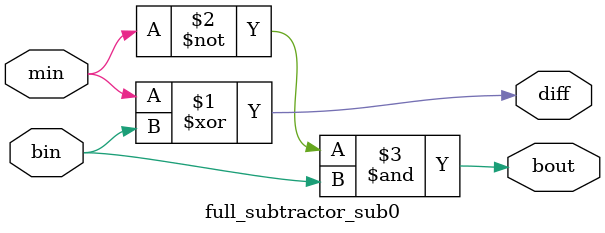
<source format=v>
`timescale 1ns / 1ps

// 1 bit subtractor with subtrahend = 0
module full_subtractor_sub0(
output wire diff,  //difference
output wire bout,  //borrow out
input wire min,    //minuend
input wire bin     //borrow out
    );
xor(diff,min,bin);
and(bout,~min,bin);
endmodule

</source>
